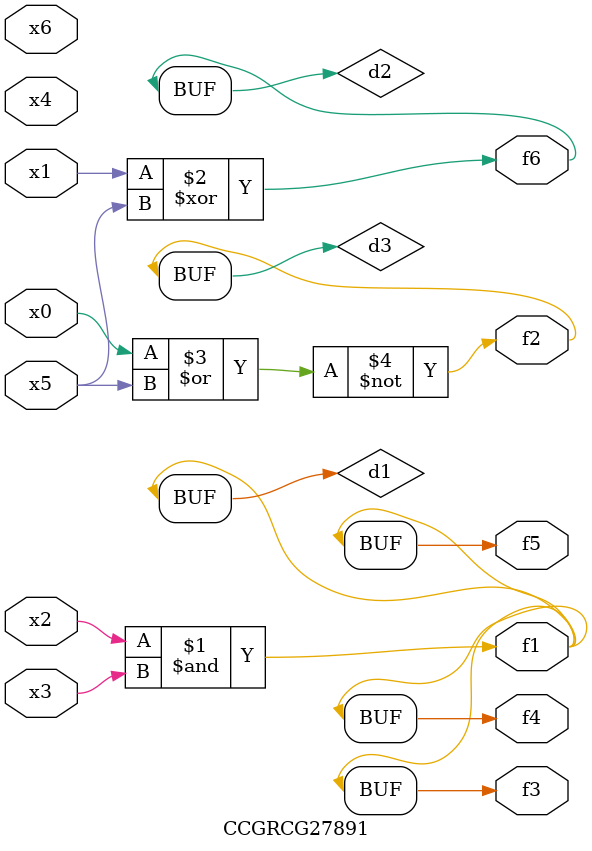
<source format=v>
module CCGRCG27891(
	input x0, x1, x2, x3, x4, x5, x6,
	output f1, f2, f3, f4, f5, f6
);

	wire d1, d2, d3;

	and (d1, x2, x3);
	xor (d2, x1, x5);
	nor (d3, x0, x5);
	assign f1 = d1;
	assign f2 = d3;
	assign f3 = d1;
	assign f4 = d1;
	assign f5 = d1;
	assign f6 = d2;
endmodule

</source>
